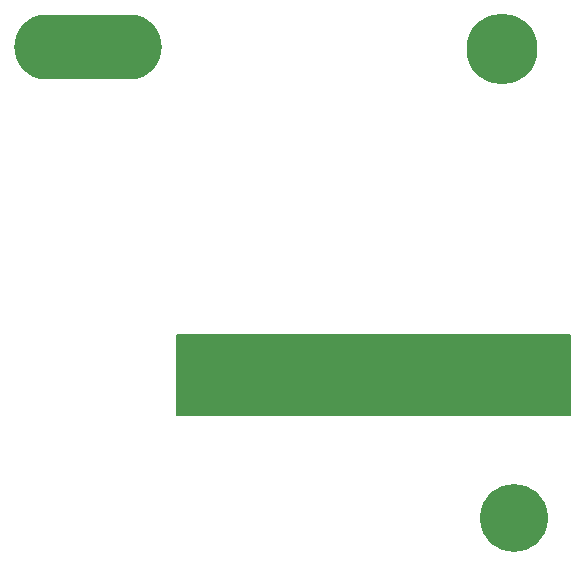
<source format=gbr>
%TF.GenerationSoftware,KiCad,Pcbnew,(6.0.7)*%
%TF.CreationDate,2022-09-05T20:15:19-05:00*%
%TF.ProjectId,SampleTags,53616d70-6c65-4546-9167-732e6b696361,rev?*%
%TF.SameCoordinates,Original*%
%TF.FileFunction,Soldermask,Bot*%
%TF.FilePolarity,Negative*%
%FSLAX46Y46*%
G04 Gerber Fmt 4.6, Leading zero omitted, Abs format (unit mm)*
G04 Created by KiCad (PCBNEW (6.0.7)) date 2022-09-05 20:15:19*
%MOMM*%
%LPD*%
G01*
G04 APERTURE LIST*
%ADD10C,0.150000*%
%ADD11C,5.750000*%
%ADD12O,12.500000X5.500000*%
%ADD13C,6.000000*%
G04 APERTURE END LIST*
D10*
X158064200Y-120446800D02*
X191262000Y-120446800D01*
X191262000Y-120446800D02*
X191262000Y-127177800D01*
X191262000Y-127177800D02*
X158064200Y-127177800D01*
X158064200Y-127177800D02*
X158064200Y-120446800D01*
G36*
X158064200Y-120446800D02*
G01*
X191262000Y-120446800D01*
X191262000Y-127177800D01*
X158064200Y-127177800D01*
X158064200Y-120446800D01*
G37*
D11*
%TO.C,REF\u002A\u002A*%
X186588400Y-135890000D03*
%TD*%
D12*
%TO.C,REF\u002A\u002A*%
X150469600Y-96062800D03*
%TD*%
D13*
%TO.C,REF\u002A\u002A*%
X185572400Y-96189800D03*
%TD*%
M02*

</source>
